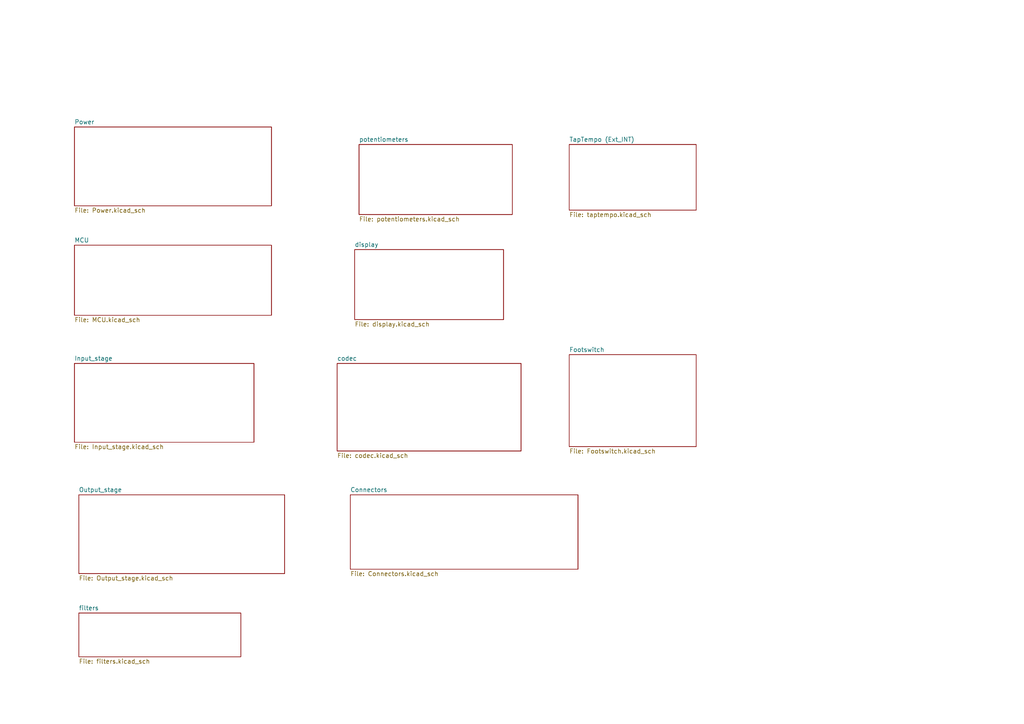
<source format=kicad_sch>
(kicad_sch (version 20230121) (generator eeschema)
  (paper "A4")
  (lib_symbols)
  (sheet (at 21.59 36.83) (size 57.15 22.86) (stroke (width 0.1524))
    (property "Sheetname" "Power" (at 21.59 36.1184 0) (effects (justify left bottom)))
    (property "Sheetfile" "Power.kicad_sch" (at 21.59 60.2746 0) (effects (justify left top)))
  )
  (sheet (at 21.59 71.12) (size 57.15 20.32) (stroke (width 0.1524))
    (property "Sheetname" "MCU" (at 21.59 70.4084 0) (effects (justify left bottom)))
    (property "Sheetfile" "MCU.kicad_sch" (at 21.59 92.0246 0) (effects (justify left top)))
  )
  (sheet (at 101.6 143.51) (size 66.04 21.59) (stroke (width 0.1524))
    (property "Sheetname" "Connectors" (at 101.6 142.7984 0) (effects (justify left bottom)))
    (property "Sheetfile" "Connectors.kicad_sch" (at 101.6 165.6846 0) (effects (justify left top)))
  )
  (sheet (at 22.86 143.51) (size 59.69 22.86) (stroke (width 0.1524))
    (property "Sheetname" "Output_stage" (at 22.86 142.7984 0) (effects (justify left bottom)))
    (property "Sheetfile" "Output_stage.kicad_sch" (at 22.86 166.9546 0) (effects (justify left top)))
  )
  (sheet (at 97.79 105.41) (size 53.34 25.4) (stroke (width 0.1524))
    (property "Sheetname" "codec" (at 97.79 104.6984 0) (effects (justify left bottom)))
    (property "Sheetfile" "codec.kicad_sch" (at 97.79 131.3946 0) (effects (justify left top)))
  )
  (sheet (at 22.86 177.8) (size 46.99 12.7) (stroke (width 0.1524))
    (property "Sheetname" "filters" (at 22.86 177.0884 0) (effects (justify left bottom)))
    (property "Sheetfile" "filters.kicad_sch" (at 22.86 191.0846 0) (effects (justify left top)))
  )
  (sheet (at 102.87 72.39) (size 43.18 20.32) (stroke (width 0.1524))
    (property "Sheetname" "display" (at 102.87 71.6784 0) (effects (justify left bottom)))
    (property "Sheetfile" "display.kicad_sch" (at 102.87 93.2946 0) (effects (justify left top)))
  )
  (sheet (at 165.1 102.87) (size 36.83 26.67) (stroke (width 0.1524))
    (property "Sheetname" "Footswitch" (at 165.1 102.1584 0) (effects (justify left bottom)))
    (property "Sheetfile" "Footswitch.kicad_sch" (at 165.1 130.1246 0) (effects (justify left top)))
  )
  (sheet (at 165.1 41.91) (size 36.83 19.05) (stroke (width 0.1524))
    (property "Sheetname" "TapTempo (Ext_INT)" (at 165.1 41.1984 0) (effects (justify left bottom)))
    (property "Sheetfile" "taptempo.kicad_sch" (at 165.1 61.5446 0) (effects (justify left top)))
  )
  (sheet (at 21.59 105.41) (size 52.07 22.86) (stroke (width 0.1524))
    (property "Sheetname" "Input_stage" (at 21.59 104.6984 0) (effects (justify left bottom)))
    (property "Sheetfile" "Input_stage.kicad_sch" (at 21.59 128.8546 0) (effects (justify left top)))
  )
  (sheet (at 104.14 41.91) (size 44.45 20.32) (stroke (width 0.1524))
    (property "Sheetname" "potentiometers" (at 104.14 41.1984 0) (effects (justify left bottom)))
    (property "Sheetfile" "potentiometers.kicad_sch" (at 104.14 62.8146 0) (effects (justify left top)))
  )
)
</source>
